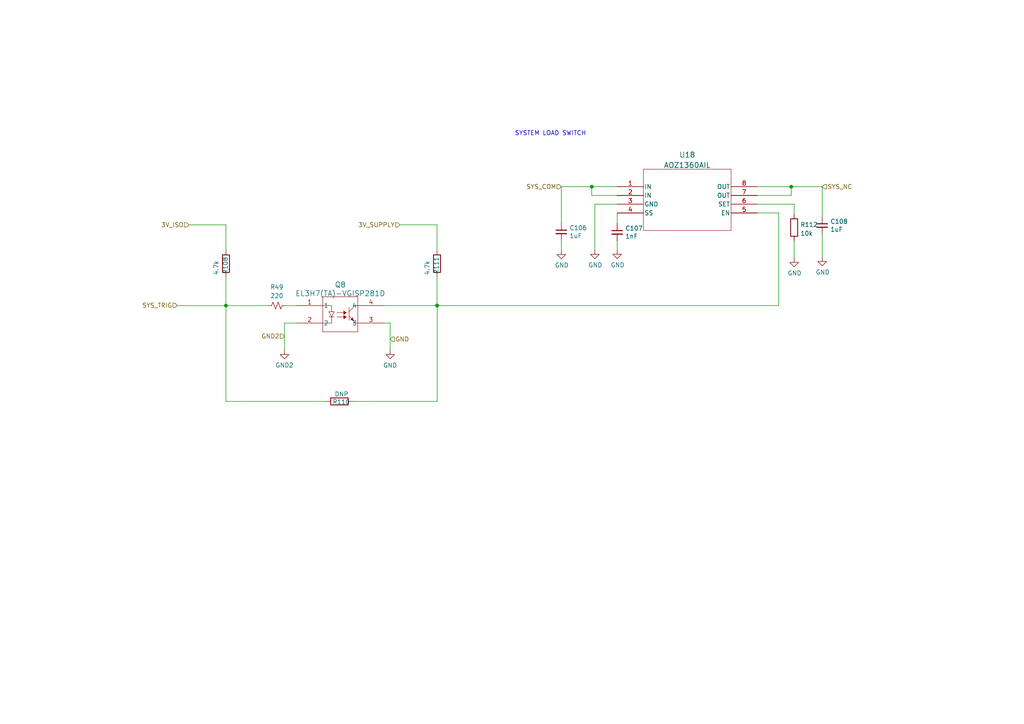
<source format=kicad_sch>
(kicad_sch (version 20231120) (generator "eeschema") (generator_version "8.0")
  (paper "A4")
  (title_block (title "packetRFMS") (date "2024-03-21") (rev "PCB_00132_6A_2124") (company "Packetworx Inc."))
  (lib_symbols
    (symbol "017---PacketSWITCH-(Relay)--NewGen-with-Power-Meter-(PZEM-004T)-rev1c-rescue:GND-power" (power) (pin_names (offset 0))
      (property "Value" "GND-power" (at 0 -3.81 0))
      (symbol "GND-power_0_1"
        (polyline (pts (xy 0 0) (xy 0 -1.27) (xy 1.27 -1.27) (xy 0 -2.54) (xy -1.27 -1.27) (xy 0 -1.27)))
      )
      (symbol "GND-power_1_1"
        (pin power_in line (at 0 0 270) (length 0) hide (name "GND") (number "1"))
      )
    )
    (symbol "Device:C_Small" (pin_numbers hide) (pin_names (offset 0.254) hide)
      (property "Reference" "C" (at 0.254 1.778 0))
      (property "Value" "C_Small" (at 0.254 -2.032 0))
      (symbol "C_Small_0_1"
        (polyline (pts (xy -1.524 -0.508) (xy 1.524 -0.508)) (stroke (width 0.3302)))
        (polyline (pts (xy -1.524 0.508) (xy 1.524 0.508)) (stroke (width 0.3048)))
      )
      (symbol "C_Small_1_1"
        (pin passive line (at 0 2.54 270) (length 2.032) (name "~") (number "1"))
        (pin passive line (at 0 -2.54 90) (length 2.032) (name "~") (number "2"))
      )
    )
    (symbol "Device:R" (pin_numbers hide) (pin_names (offset 0))
      (property "Reference" "R" (at 2.032 0 90))
      (property "Value" "R" (at 0 0 90))
      (symbol "R_0_1"
        (rectangle (start -1.016 -2.54) (end 1.016 2.54) (stroke (width 0.254)))
      )
      (symbol "R_1_1"
        (pin passive line (at 0 3.81 270) (length 1.27) (name "~") (number "1"))
        (pin passive line (at 0 -3.81 90) (length 1.27) (name "~") (number "2"))
      )
    )
    (symbol "Device:R_Small_US" (pin_numbers hide) (pin_names (offset 0.254) hide)
      (property "Reference" "R" (at 0.762 0.508 0))
      (property "Value" "R_Small_US" (at 0.762 -1.016 0))
      (symbol "R_Small_US_1_1"
        (polyline (pts (xy 0 0) (xy 1.016 -0.381) (xy 0 -0.762) (xy -1.016 -1.143) (xy 0 -1.524)))
        (polyline (pts (xy 0 1.524) (xy 1.016 1.143) (xy 0 0.762) (xy -1.016 0.381) (xy 0 0)))
        (pin passive line (at 0 2.54 270) (length 1.016) (name "~") (number "1"))
        (pin passive line (at 0 -2.54 90) (length 1.016) (name "~") (number "2"))
      )
    )
    (symbol "ISP281D:ISP281D" (pin_names (offset 0.254))
      (property "Reference" "Q" (at 12.7 12.7 0))
      (property "Value" "ISP281D" (at 12.7 12.7 0))
      (symbol "ISP281D_0_1"
        (polyline (pts (xy 7.62 -7.62) (xy 7.62 2.54)) (stroke (width 0.127)))
        (polyline (pts (xy 7.62 -7.62) (xy 17.78 -7.62)) (stroke (width 0.127)))
        (polyline (pts (xy 9.398 -3.302) (xy 10.922 -3.302)) (stroke (width 0.127)))
        (polyline (pts (xy 9.398 -1.778) (xy 10.16 -3.302)) (stroke (width 0.127)))
        (polyline (pts (xy 10.16 -5.08) (xy 7.62 -5.08)) (stroke (width 0.127)))
        (polyline (pts (xy 10.16 -3.302) (xy 10.16 -5.08)) (stroke (width 0.127)))
        (polyline (pts (xy 10.16 -3.302) (xy 10.922 -1.778)) (stroke (width 0.127)))
        (polyline (pts (xy 10.16 0) (xy 7.62 0)) (stroke (width 0.127)))
        (polyline (pts (xy 10.16 0) (xy 10.16 -1.778)) (stroke (width 0.127)))
        (polyline (pts (xy 10.922 -1.778) (xy 9.398 -1.778)) (stroke (width 0.127)))
        (polyline (pts (xy 11.684 -3.302) (xy 13.716 -3.302)) (stroke (width 0.127)))
        (polyline (pts (xy 11.684 -2.032) (xy 13.716 -2.032)) (stroke (width 0.127)))
        (polyline (pts (xy 15.24 -4.318) (xy 15.24 -0.508)) (stroke (width 0.127)))
        (polyline (pts (xy 15.24 -3.048) (xy 16.002 -3.81)) (stroke (width 0.127)))
        (polyline (pts (xy 15.24 -1.778) (xy 16.51 -0.508)) (stroke (width 0.127)))
        (polyline (pts (xy 16.51 -4.318) (xy 16.51 -5.08)) (stroke (width 0.127)))
        (polyline (pts (xy 16.51 -0.508) (xy 16.51 0)) (stroke (width 0.127)))
        (polyline (pts (xy 16.51 0) (xy 17.78 0)) (stroke (width 0.127)))
        (polyline (pts (xy 17.78 -5.08) (xy 16.51 -5.08)) (stroke (width 0.127)))
        (polyline (pts (xy 17.78 2.54) (xy 7.62 2.54)) (stroke (width 0.127)))
        (polyline (pts (xy 17.78 2.54) (xy 17.78 -7.62)) (stroke (width 0.127)))
        (polyline (pts (xy 13.716 -2.794) (xy 13.716 -3.81) (xy 14.478 -3.302)) (fill (type outline)))
        (polyline (pts (xy 13.716 -1.524) (xy 13.716 -2.54) (xy 14.478 -2.032)) (fill (type outline)))
        (polyline (pts (xy 16.4717 -4.3107) (xy 15.748 -4.064) (xy 16.256 -3.556) (xy 16.51 -4.318)) (fill (type outline)))
        (pin unspecified line (at 0 0 0) (length 7.62) (name "1") (number "1"))
        (pin unspecified line (at 0 -5.08 0) (length 7.62) (name "2") (number "2"))
        (pin unspecified line (at 25.4 -5.08 180) (length 7.62) (name "3") (number "3"))
        (pin unspecified line (at 25.4 0 180) (length 7.62) (name "4") (number "4"))
      )
    )
    (symbol "power:GND" (power) (pin_names (offset 0))
      (property "Value" "GND" (at 0 -3.81 0))
      (symbol "GND_0_1"
        (polyline (pts (xy 0 0) (xy 0 -1.27) (xy 1.27 -1.27) (xy 0 -2.54) (xy -1.27 -1.27) (xy 0 -1.27)))
      )
      (symbol "GND_1_1"
        (pin power_in line (at 0 0 270) (length 0) hide (name "GND") (number "1"))
      )
    )
    (symbol "power:GND2" (power) (pin_names (offset 0))
      (property "Value" "GND2" (at 0 -3.81 0))
      (symbol "GND2_0_1"
        (polyline (pts (xy 0 0) (xy 0 -1.27) (xy 1.27 -1.27) (xy 0 -2.54) (xy -1.27 -1.27) (xy 0 -1.27)))
      )
      (symbol "GND2_1_1"
        (pin power_in line (at 0 0 270) (length 0) hide (name "GND2") (number "1"))
      )
    )
    (symbol "ul_AOZ1360AIL:AOZ1360AIL" (pin_names (offset 0.254))
      (property "Reference" "U6" (at 20.32 9.2276 0))
      (property "Value" "AOZ1360AIL" (at 20.32 6.2342 0))
      (symbol "AOZ1360AIL_0_1"
        (polyline (pts (xy 7.62 -12.7) (xy 33.02 -12.7)) (stroke (width 0.127)))
        (polyline (pts (xy 7.62 5.08) (xy 7.62 -12.7)) (stroke (width 0.127)))
        (polyline (pts (xy 33.02 -12.7) (xy 33.02 5.08)) (stroke (width 0.127)))
        (polyline (pts (xy 33.02 5.08) (xy 7.62 5.08)) (stroke (width 0.127)))
        (pin input line (at 0 0 0) (length 7.62) (name "IN") (number "1"))
        (pin input line (at 0 -2.54 0) (length 7.62) (name "IN") (number "2"))
        (pin unspecified line (at 0 -7.62 0) (length 7.62) (name "SS") (number "4"))
        (pin unspecified line (at 40.64 -7.62 180) (length 7.62) (name "EN") (number "5"))
        (pin unspecified line (at 40.64 -5.08 180) (length 7.62) (name "SET") (number "6"))
      )
      (symbol "AOZ1360AIL_1_1"
        (pin bidirectional line (at 0 -5.08 0) (length 7.62) (name "GND") (number "3"))
        (pin bidirectional line (at 40.64 -2.54 180) (length 7.62) (name "OUT") (number "7"))
        (pin bidirectional line (at 40.64 0 180) (length 7.62) (name "OUT") (number "8"))
      )
    )
  )
  (junction (at 126.7504 88.6281))
  (junction (at 229.4861 54.1496))
  (junction (at 126.8001 88.6281))
  (junction (at 171.6304 54.1496))
  (junction (at 65.5343 88.6409))
  (wire (pts (xy 65.5343 65.2184) (xy 65.5343 72.6626)))
  (wire (pts (xy 219.6508 54.1496) (xy 229.4861 54.1496)))
  (wire (pts (xy 225.8538 61.7696) (xy 219.6508 61.7696)))
  (wire (pts (xy 179.0108 69.9371) (xy 179.0108 72.4657)))
  (wire (pts (xy 126.7504 88.6281) (xy 126.8001 88.6281)))
  (wire (pts (xy 65.5343 88.6409) (xy 65.5343 80.2826)))
  (wire (pts (xy 51.4286 88.5746) (xy 51.4286 88.6409)))
  (wire (pts (xy 82.5201 93.7081) (xy 86.0068 93.7081)))
  (wire (pts (xy 51.4286 88.6409) (xy 65.5343 88.6409)))
  (wire (pts (xy 171.6304 56.6896) (xy 171.6304 54.1496)))
  (wire (pts (xy 238.4826 62.8676) (xy 238.4826 54.1496)))
  (wire (pts (xy 82.5201 101.5394) (xy 82.5201 93.7081)))
  (wire (pts (xy 162.8088 54.1496) (xy 171.6304 54.1496)))
  (wire (pts (xy 111.4068 88.6281) (xy 126.7504 88.6281)))
  (wire (pts (xy 230.3346 59.2296) (xy 230.3346 62.1897)))
  (wire (pts (xy 225.8538 88.6281) (xy 225.8538 61.7696)))
  (wire (pts (xy 229.4861 56.6896) (xy 229.4861 54.1496)))
  (wire (pts (xy 179.0108 56.6896) (xy 171.6304 56.6896)))
  (wire (pts (xy 219.6508 59.2296) (xy 230.3346 59.2296)))
  (wire (pts (xy 162.8088 69.8063) (xy 162.8088 72.5417)))
  (wire (pts (xy 179.0108 61.7696) (xy 179.0108 64.8571)))
  (wire (pts (xy 126.7504 65.2056) (xy 126.7504 72.6498)))
  (wire (pts (xy 162.8088 64.7263) (xy 162.8088 54.1496)))
  (wire (pts (xy 113.1577 93.6982) (xy 113.0307 93.6982)))
  (wire (pts (xy 65.5343 88.6409) (xy 77.7602 88.6409)))
  (wire (pts (xy 230.3346 69.8097) (xy 230.3346 74.8443)))
  (wire (pts (xy 102.2732 116.4234) (xy 126.8001 116.4234)))
  (wire (pts (xy 238.4826 54.1496) (xy 229.4861 54.1496)))
  (wire (pts (xy 179.0108 59.2296) (xy 172.5323 59.2296)))
  (wire (pts (xy 65.5343 116.4234) (xy 65.5343 88.6409)))
  (wire (pts (xy 113.0307 93.7081) (xy 111.4068 93.7081)))
  (wire (pts (xy 113.0307 93.6982) (xy 113.0307 93.7081)))
  (wire (pts (xy 126.8001 88.6281) (xy 225.8538 88.6281)))
  (wire (pts (xy 171.6304 54.1496) (xy 179.0108 54.1496)))
  (wire (pts (xy 219.6508 56.6896) (xy 229.4861 56.6896)))
  (wire (pts (xy 82.8402 88.6409) (xy 86.0068 88.6409)))
  (wire (pts (xy 113.1577 101.5295) (xy 113.1577 93.6982)))
  (wire (pts (xy 115.9918 65.2056) (xy 126.7504 65.2056)))
  (wire (pts (xy 238.4826 67.9476) (xy 238.4826 74.562)))
  (wire (pts (xy 54.7757 65.2184) (xy 65.5343 65.2184)))
  (wire (pts (xy 94.6532 116.4234) (xy 65.5343 116.4234)))
  (wire (pts (xy 172.5323 59.2296) (xy 172.5323 72.485)))
  (wire (pts (xy 86.0068 88.6409) (xy 86.0068 88.6281)))
  (wire (pts (xy 126.7504 88.6281) (xy 126.7504 80.2698)))
  (wire (pts (xy 126.8001 116.4234) (xy 126.8001 88.6281)))
  (text "SYSTEM LOAD SWITCH\n" (at 149.2829 39.5276 0) (effects (font (size 1.27 1.27)) (justify left bottom)))
  (hierarchical_label "3V_SUPPLY" (shape input) (at 115.9918 65.2056 180))
  (hierarchical_label "GND2" (shape input) (at 82.5201 97.5074 180) (property "Intersheetrefs" "${INTERSHEET_REFS}" (effects (hide yes))))
  (hierarchical_label "3V_ISO" (shape input) (at 54.7757 65.2184 180))
  (hierarchical_label "GND" (shape input) (at 113.1577 98.3834 0))
  (hierarchical_label "SYS_NC" (shape input) (at 238.4826 54.1496 0) (property "Intersheetrefs" "${INTERSHEET_REFS}" (effects (hide yes))))
  (hierarchical_label "SYS_TRIG" (shape input) (at 51.4286 88.5746 180))
  (hierarchical_label "SYS_COM" (shape input) (at 162.8088 54.1496 180) (property "Intersheetrefs" "${INTERSHEET_REFS}" (effects (hide yes))))
  (symbol (lib_id "power:GND2") (at 82.5201 101.5394 0) (unit 1)
    (property "Reference" "#PWR0214" (effects (hide yes)))
    (property "Value" "GND2" (at 82.5032 105.9241 0))
  )
  (symbol (lib_id "Device:R_Small_US") (at 80.3002 88.6409 270) (unit 1)
    (property "Reference" "R49" (at 80.3002 83.261 90))
    (property "Value" "220" (at 80.3002 85.801 90))
    (property "Footprint" "Resistor_SMD:R_0603_1608Metric" (effects (hide yes)))
    (property "LCSC" "C114742" (effects (hide yes)))
    (instances (project "packetMODBUS" (path "" (reference "R49") (unit 1))) (project "packetRFMS" (path "" (reference "R109") (unit 1))))
  )
  (symbol (lib_id "017---PacketSWITCH-(Relay)--NewGen-with-Power-Meter-(PZEM-004T)-rev1c-rescue:GND-power") (at 172.5323 72.485 0) (unit 1)
    (property "Reference" "#PWR0217" (effects (hide yes)))
    (property "Value" "GND" (at 172.6593 76.8792 0))
  )
  (symbol (lib_id "Device:C_Small") (at 179.0108 67.3971 0) (unit 1)
    (property "Reference" "C107" (at 181.3476 66.2287 0) (effects (justify left)))
    (property "Value" "1nF" (at 181.3476 68.5401 0) (effects (justify left)))
    (property "Footprint" "Capacitor_SMD:C_1206_3216Metric" (effects (hide yes)))
  )
  (symbol (lib_id "Device:R") (at 98.4632 116.4234 270) (unit 1)
    (property "Reference" "R110" (at 96.4167 116.5738 90) (effects (justify left)))
    (property "Value" "DNP" (at 97.0197 114.3287 90) (effects (justify left)))
    (property "Footprint" "Resistor_SMD:R_0603_1608Metric" (effects (hide yes)))
    (property "LCSC" "C176152" (effects (hide yes)))
  )
  (symbol (lib_id "Device:R") (at 126.7504 76.4598 180) (unit 1)
    (property "Reference" "R111" (at 126.6 74.4133 90) (effects (justify left)))
    (property "Value" "4.7k" (at 123.9201 75.5409 90) (effects (justify left)))
    (property "Footprint" "Resistor_SMD:R_0603_1608Metric" (effects (hide yes)))
    (property "LCSC" " C105428" (effects (hide yes)))
  )
  (symbol (lib_id "Device:R") (at 65.5343 76.4726 180) (unit 1)
    (property "Reference" "R108" (at 65.3839 74.4261 90) (effects (justify left)))
    (property "Value" "4.7k" (at 62.704 75.5537 90) (effects (justify left)))
    (property "Footprint" "Resistor_SMD:R_0603_1608Metric" (effects (hide yes)))
    (property "LCSC" " C105428" (effects (hide yes)))
  )
  (symbol (lib_id "017---PacketSWITCH-(Relay)--NewGen-with-Power-Meter-(PZEM-004T)-rev1c-rescue:GND-power") (at 162.8088 72.5417 0) (unit 1)
    (property "Reference" "#PWR0216" (effects (hide yes)))
    (property "Value" "GND" (at 162.9358 76.9359 0))
  )
  (symbol (lib_id "ul_AOZ1360AIL:AOZ1360AIL") (at 179.0108 54.1496 0) (unit 1)
    (property "Reference" "U18" (at 199.3308 44.922 0) (effects (font (size 1.524 1.524))))
    (property "Value" "AOZ1360AIL" (at 199.3308 47.9154 0) (effects (font (size 1.524 1.524))))
    (property "Footprint" "ul_AOZ1360AIL:AOZ1360AIL_AOS" (effects (hide yes)))
    (property "Datasheet" "AOZ1360AIL" (effects (hide yes)))
  )
  (symbol (lib_id "017---PacketSWITCH-(Relay)--NewGen-with-Power-Meter-(PZEM-004T)-rev1c-rescue:GND-power") (at 230.3346 74.8443 0) (unit 1)
    (property "Reference" "#PWR0219" (effects (hide yes)))
    (property "Value" "GND" (at 230.4616 79.2385 0))
  )
  (symbol (lib_id "Device:C_Small") (at 162.8088 67.2663 0) (unit 1)
    (property "Reference" "C106" (at 165.1456 66.0979 0) (effects (justify left)))
    (property "Value" "1uF" (at 165.1456 68.4093 0) (effects (justify left)))
    (property "Footprint" "Capacitor_SMD:C_1206_3216Metric" (effects (hide yes)))
  )
  (symbol (lib_id "power:GND") (at 113.1577 101.5295 0) (unit 1)
    (property "Reference" "#PWR0215" (effects (hide yes)))
    (property "Value" "GND" (at 113.1577 105.9729 0))
  )
  (symbol (lib_id "ISP281D:ISP281D") (at 86.0068 88.6281 0) (unit 1)
    (property "Reference" "Q8" (at 98.7068 82.5731 0) (effects (font (size 1.524 1.524))))
    (property "Value" "EL3H7(TA)-VGISP281D" (at 98.7068 85.1131 0) (effects (font (size 1.524 1.524))))
    (property "Footprint" "EL3H7(TA)-VG:SOIC_TA-VG-L" (effects (hide yes)))
    (property "Datasheet" "ISP281D" (effects (hide yes)))
    (property "LCSC" "C2858852" (effects (hide yes)))
    (instances (project "packetMODBUS" (path "" (reference "Q8") (unit 1))) (project "packetRFMS" (path "" (reference "Q7") (unit 1))))
  )
  (symbol (lib_id "017---PacketSWITCH-(Relay)--NewGen-with-Power-Meter-(PZEM-004T)-rev1c-rescue:GND-power") (at 179.0108 72.4657 0) (unit 1)
    (property "Reference" "#PWR0218" (effects (hide yes)))
    (property "Value" "GND" (at 179.1378 76.8599 0))
  )
  (symbol (lib_id "017---PacketSWITCH-(Relay)--NewGen-with-Power-Meter-(PZEM-004T)-rev1c-rescue:GND-power") (at 238.4826 74.562 0) (unit 1)
    (property "Reference" "#PWR0220" (effects (hide yes)))
    (property "Value" "GND" (at 238.6096 78.9562 0))
  )
  (symbol (lib_id "Device:R") (at 230.3346 65.9997 0) (unit 1)
    (property "Reference" "R112" (at 232.1126 65.165 0) (effects (justify left)))
    (property "Value" "10k" (at 232.1126 67.7019 0) (effects (justify left)))
    (property "Footprint" "Resistor_SMD:R_0603_1608Metric" (effects (hide yes)))
  )
  (symbol (lib_id "Device:C_Small") (at 238.4826 65.4076 0) (unit 1)
    (property "Reference" "C108" (at 240.8194 64.2392 0) (effects (justify left)))
    (property "Value" "1uF" (at 240.8194 66.5506 0) (effects (justify left)))
    (property "Footprint" "Capacitor_SMD:C_1206_3216Metric" (effects (hide yes)))
  )
)
</source>
